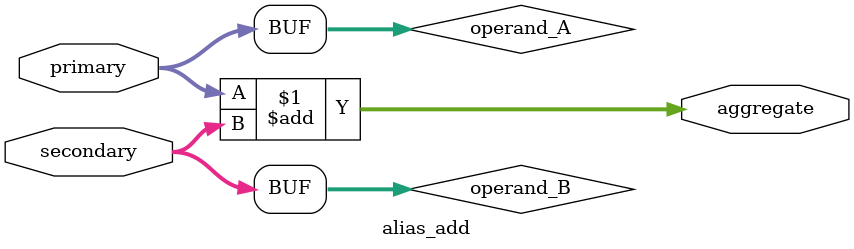
<source format=sv>
module alias_add(
  input [5:0] primary, secondary,
  output [6:0] aggregate
);
  wire [5:0] operand_A = primary;
  wire [5:0] operand_B = secondary;
  assign aggregate = operand_A + operand_B; //Variable renaming
endmodule
</source>
